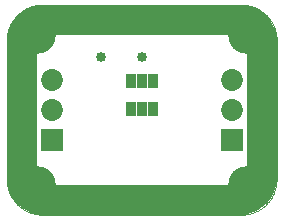
<source format=gts>
G04 EAGLE Gerber RS-274X export*
G75*
%MOMM*%
%FSLAX35Y35*%
%LPD*%
%INsolder_mask_top*%
%IPPOS*%
%AMOC8*
5,1,8,0,0,1.08239X$1,22.5*%
G01*
%ADD10C,0.000000*%
%ADD11C,2.540000*%
%ADD12R,0.903200X1.203200*%
%ADD13R,1.853200X1.853200*%
%ADD14C,1.853200*%
%ADD15C,0.853200*%
%ADD16C,3.203200*%


D10*
X1778000Y2240000D02*
X1778000Y1062000D01*
X1778088Y1054751D01*
X1778350Y1047506D01*
X1778788Y1040270D01*
X1779401Y1033046D01*
X1780187Y1025839D01*
X1781148Y1018653D01*
X1782282Y1011493D01*
X1783589Y1004362D01*
X1785068Y997265D01*
X1786717Y990205D01*
X1788537Y983188D01*
X1790526Y976216D01*
X1792683Y969295D01*
X1795006Y962428D01*
X1797495Y955619D01*
X1800148Y948872D01*
X1802962Y942191D01*
X1805938Y935580D01*
X1809072Y929043D01*
X1812363Y922583D01*
X1815810Y916205D01*
X1819409Y909912D01*
X1823160Y903708D01*
X1827059Y897596D01*
X1831105Y891581D01*
X1835295Y885664D01*
X1839627Y879851D01*
X1844098Y874144D01*
X1848705Y868547D01*
X1853447Y863063D01*
X1858319Y857695D01*
X1863320Y852447D01*
X1868447Y847320D01*
X1873695Y842319D01*
X1879063Y837447D01*
X1884547Y832705D01*
X1890144Y828098D01*
X1895851Y823627D01*
X1901664Y819295D01*
X1907581Y815105D01*
X1913596Y811059D01*
X1919708Y807160D01*
X1925912Y803409D01*
X1932205Y799810D01*
X1938583Y796363D01*
X1945043Y793072D01*
X1951580Y789938D01*
X1958191Y786962D01*
X1964872Y784148D01*
X1971619Y781495D01*
X1978428Y779006D01*
X1985295Y776683D01*
X1992216Y774526D01*
X1999188Y772537D01*
X2006205Y770717D01*
X2013265Y769068D01*
X2020362Y767589D01*
X2027493Y766282D01*
X2034653Y765148D01*
X2041839Y764187D01*
X2049046Y763401D01*
X2056270Y762788D01*
X2063506Y762350D01*
X2070751Y762088D01*
X2078000Y762000D01*
X3762337Y762000D01*
X3769696Y762090D01*
X3777050Y762361D01*
X3784395Y762812D01*
X3791727Y763443D01*
X3799042Y764254D01*
X3806334Y765244D01*
X3813600Y766412D01*
X3820835Y767759D01*
X3828034Y769282D01*
X3835195Y770981D01*
X3842311Y772856D01*
X3849379Y774905D01*
X3856395Y777126D01*
X3863354Y779519D01*
X3870253Y782082D01*
X3877086Y784813D01*
X3883851Y787711D01*
X3890542Y790774D01*
X3897157Y794001D01*
X3903690Y797388D01*
X3910138Y800935D01*
X3916497Y804639D01*
X3922763Y808498D01*
X3928933Y812509D01*
X3935003Y816670D01*
X3940968Y820980D01*
X3946827Y825434D01*
X3952574Y830030D01*
X3958206Y834766D01*
X3963721Y839639D01*
X3969115Y844646D01*
X3974384Y849783D01*
X3979526Y855048D01*
X3984537Y860438D01*
X3989414Y865949D01*
X3994154Y871578D01*
X3998755Y877321D01*
X4003214Y883176D01*
X4007528Y889138D01*
X4011694Y895204D01*
X4015711Y901371D01*
X4019574Y907634D01*
X4023283Y913990D01*
X4026835Y920435D01*
X4030228Y926966D01*
X4033460Y933577D01*
X4036528Y940266D01*
X4039432Y947028D01*
X4042169Y953860D01*
X4044737Y960756D01*
X4047135Y967714D01*
X4049362Y974728D01*
X4051417Y981794D01*
X4053297Y988909D01*
X4055002Y996068D01*
X4056531Y1003267D01*
X4057884Y1010501D01*
X4059058Y1017765D01*
X4060054Y1025057D01*
X4060870Y1032371D01*
X4061507Y1039702D01*
X4061964Y1047047D01*
X4062241Y1054401D01*
X4062337Y1061760D01*
X4063662Y2239685D01*
X4063582Y2246939D01*
X4063327Y2254189D01*
X4062896Y2261431D01*
X4062291Y2268660D01*
X4061511Y2275872D01*
X4060557Y2283064D01*
X4059429Y2290230D01*
X4058128Y2297367D01*
X4056655Y2304471D01*
X4055010Y2311536D01*
X4053196Y2318560D01*
X4051212Y2325538D01*
X4049059Y2332466D01*
X4046740Y2339340D01*
X4044256Y2346156D01*
X4041607Y2352910D01*
X4038796Y2359598D01*
X4035823Y2366215D01*
X4032692Y2372759D01*
X4029403Y2379226D01*
X4025959Y2385611D01*
X4022362Y2391910D01*
X4018613Y2398121D01*
X4014715Y2404240D01*
X4010671Y2410262D01*
X4006482Y2416185D01*
X4002151Y2422005D01*
X3997680Y2427718D01*
X3993073Y2433322D01*
X3988331Y2438813D01*
X3983458Y2444187D01*
X3978457Y2449442D01*
X3973330Y2454574D01*
X3968080Y2459581D01*
X3962711Y2464460D01*
X3957225Y2469207D01*
X3951626Y2473821D01*
X3945918Y2478297D01*
X3940102Y2482634D01*
X3934184Y2486830D01*
X3928166Y2490881D01*
X3922051Y2494785D01*
X3915844Y2498540D01*
X3909548Y2502144D01*
X3903167Y2505595D01*
X3896704Y2508890D01*
X3890163Y2512029D01*
X3883549Y2515008D01*
X3876864Y2517826D01*
X3870113Y2520482D01*
X3863300Y2522974D01*
X3856428Y2525300D01*
X3849503Y2527460D01*
X3842527Y2529451D01*
X3835505Y2531273D01*
X3828441Y2532925D01*
X3821339Y2534405D01*
X3814203Y2535714D01*
X3807038Y2536849D01*
X3799848Y2537811D01*
X3792636Y2538599D01*
X3785407Y2539212D01*
X3778166Y2539650D01*
X3770916Y2539913D01*
X3763662Y2540000D01*
X3763663Y2540000D02*
X2078000Y2540000D01*
X2070751Y2539912D01*
X2063506Y2539650D01*
X2056270Y2539212D01*
X2049046Y2538599D01*
X2041839Y2537813D01*
X2034653Y2536852D01*
X2027493Y2535718D01*
X2020362Y2534411D01*
X2013265Y2532932D01*
X2006205Y2531283D01*
X1999188Y2529463D01*
X1992216Y2527474D01*
X1985295Y2525317D01*
X1978428Y2522994D01*
X1971619Y2520505D01*
X1964872Y2517852D01*
X1958191Y2515038D01*
X1951580Y2512062D01*
X1945043Y2508928D01*
X1938583Y2505637D01*
X1932205Y2502190D01*
X1925912Y2498591D01*
X1919708Y2494840D01*
X1913596Y2490941D01*
X1907581Y2486895D01*
X1901664Y2482705D01*
X1895851Y2478373D01*
X1890144Y2473902D01*
X1884547Y2469295D01*
X1879063Y2464553D01*
X1873695Y2459681D01*
X1868447Y2454680D01*
X1863320Y2449553D01*
X1858319Y2444305D01*
X1853447Y2438937D01*
X1848705Y2433453D01*
X1844098Y2427856D01*
X1839627Y2422149D01*
X1835295Y2416336D01*
X1831105Y2410419D01*
X1827059Y2404404D01*
X1823160Y2398292D01*
X1819409Y2392088D01*
X1815810Y2385795D01*
X1812363Y2379417D01*
X1809072Y2372957D01*
X1805938Y2366420D01*
X1802962Y2359809D01*
X1800148Y2353128D01*
X1797495Y2346381D01*
X1795006Y2339572D01*
X1792683Y2332705D01*
X1790526Y2325784D01*
X1788537Y2318812D01*
X1786717Y2311795D01*
X1785068Y2304735D01*
X1783589Y2297638D01*
X1782282Y2290507D01*
X1781148Y2283347D01*
X1780187Y2276161D01*
X1779401Y2268954D01*
X1778788Y2261730D01*
X1778350Y2254494D01*
X1778088Y2247249D01*
X1778000Y2240000D01*
D11*
X2095500Y889000D02*
X3746500Y889000D01*
X2095500Y889000D02*
X2090897Y889056D01*
X2086296Y889222D01*
X2081701Y889500D01*
X2077114Y889889D01*
X2072538Y890389D01*
X2067975Y890999D01*
X2063428Y891719D01*
X2058900Y892549D01*
X2054393Y893488D01*
X2049910Y894536D01*
X2045454Y895691D01*
X2041027Y896954D01*
X2036632Y898324D01*
X2032272Y899799D01*
X2027948Y901379D01*
X2023663Y903064D01*
X2019421Y904851D01*
X2015223Y906740D01*
X2011072Y908731D01*
X2006970Y910821D01*
X2002920Y913009D01*
X1998924Y915295D01*
X1994985Y917676D01*
X1991104Y920152D01*
X1987284Y922722D01*
X1983527Y925382D01*
X1979836Y928133D01*
X1976212Y930972D01*
X1972658Y933898D01*
X1969175Y936909D01*
X1965766Y940003D01*
X1962434Y943178D01*
X1959178Y946434D01*
X1956003Y949766D01*
X1952909Y953175D01*
X1949898Y956658D01*
X1946972Y960212D01*
X1944133Y963836D01*
X1941382Y967527D01*
X1938722Y971284D01*
X1936152Y975104D01*
X1933676Y978985D01*
X1931295Y982924D01*
X1929009Y986920D01*
X1926821Y990970D01*
X1924731Y995072D01*
X1922740Y999223D01*
X1920851Y1003421D01*
X1919064Y1007663D01*
X1917379Y1011948D01*
X1915799Y1016272D01*
X1914324Y1020632D01*
X1912954Y1025027D01*
X1911691Y1029454D01*
X1910536Y1033910D01*
X1909488Y1038393D01*
X1908549Y1042900D01*
X1907719Y1047428D01*
X1906999Y1051975D01*
X1906389Y1056538D01*
X1905889Y1061114D01*
X1905500Y1065701D01*
X1905222Y1070296D01*
X1905056Y1074897D01*
X1905000Y1079500D01*
X1905000Y2222500D01*
X1905056Y2227103D01*
X1905222Y2231704D01*
X1905500Y2236299D01*
X1905889Y2240886D01*
X1906389Y2245462D01*
X1906999Y2250025D01*
X1907719Y2254572D01*
X1908549Y2259100D01*
X1909488Y2263607D01*
X1910536Y2268090D01*
X1911691Y2272546D01*
X1912954Y2276973D01*
X1914324Y2281368D01*
X1915799Y2285728D01*
X1917379Y2290052D01*
X1919064Y2294337D01*
X1920851Y2298579D01*
X1922740Y2302777D01*
X1924731Y2306928D01*
X1926821Y2311030D01*
X1929009Y2315080D01*
X1931295Y2319076D01*
X1933676Y2323015D01*
X1936152Y2326896D01*
X1938722Y2330716D01*
X1941382Y2334473D01*
X1944133Y2338164D01*
X1946972Y2341788D01*
X1949898Y2345342D01*
X1952909Y2348825D01*
X1956003Y2352234D01*
X1959178Y2355566D01*
X1962434Y2358822D01*
X1965766Y2361997D01*
X1969175Y2365091D01*
X1972658Y2368102D01*
X1976212Y2371028D01*
X1979836Y2373867D01*
X1983527Y2376618D01*
X1987284Y2379278D01*
X1991104Y2381848D01*
X1994985Y2384324D01*
X1998924Y2386705D01*
X2002920Y2388991D01*
X2006970Y2391179D01*
X2011072Y2393269D01*
X2015223Y2395260D01*
X2019421Y2397149D01*
X2023663Y2398936D01*
X2027948Y2400621D01*
X2032272Y2402201D01*
X2036632Y2403676D01*
X2041027Y2405046D01*
X2045454Y2406309D01*
X2049910Y2407464D01*
X2054393Y2408512D01*
X2058900Y2409451D01*
X2063428Y2410281D01*
X2067975Y2411001D01*
X2072538Y2411611D01*
X2077114Y2412111D01*
X2081701Y2412500D01*
X2086296Y2412778D01*
X2090897Y2412944D01*
X2095500Y2413000D01*
X3746500Y2413000D01*
X3751103Y2412944D01*
X3755704Y2412778D01*
X3760299Y2412500D01*
X3764886Y2412111D01*
X3769462Y2411611D01*
X3774025Y2411001D01*
X3778572Y2410281D01*
X3783100Y2409451D01*
X3787607Y2408512D01*
X3792090Y2407464D01*
X3796546Y2406309D01*
X3800973Y2405046D01*
X3805368Y2403676D01*
X3809728Y2402201D01*
X3814052Y2400621D01*
X3818337Y2398936D01*
X3822579Y2397149D01*
X3826777Y2395260D01*
X3830928Y2393269D01*
X3835030Y2391179D01*
X3839080Y2388991D01*
X3843076Y2386705D01*
X3847015Y2384324D01*
X3850896Y2381848D01*
X3854716Y2379278D01*
X3858473Y2376618D01*
X3862164Y2373867D01*
X3865788Y2371028D01*
X3869342Y2368102D01*
X3872825Y2365091D01*
X3876234Y2361997D01*
X3879566Y2358822D01*
X3882822Y2355566D01*
X3885997Y2352234D01*
X3889091Y2348825D01*
X3892102Y2345342D01*
X3895028Y2341788D01*
X3897867Y2338164D01*
X3900618Y2334473D01*
X3903278Y2330716D01*
X3905848Y2326896D01*
X3908324Y2323015D01*
X3910705Y2319076D01*
X3912991Y2315080D01*
X3915179Y2311030D01*
X3917269Y2306928D01*
X3919260Y2302777D01*
X3921149Y2298579D01*
X3922936Y2294337D01*
X3924621Y2290052D01*
X3926201Y2285728D01*
X3927676Y2281368D01*
X3929046Y2276973D01*
X3930309Y2272546D01*
X3931464Y2268090D01*
X3932512Y2263607D01*
X3933451Y2259100D01*
X3934281Y2254572D01*
X3935001Y2250025D01*
X3935611Y2245462D01*
X3936111Y2240886D01*
X3936500Y2236299D01*
X3936778Y2231704D01*
X3936944Y2227103D01*
X3937000Y2222500D01*
X3937000Y1079500D01*
X3936944Y1074897D01*
X3936778Y1070296D01*
X3936500Y1065701D01*
X3936111Y1061114D01*
X3935611Y1056538D01*
X3935001Y1051975D01*
X3934281Y1047428D01*
X3933451Y1042900D01*
X3932512Y1038393D01*
X3931464Y1033910D01*
X3930309Y1029454D01*
X3929046Y1025027D01*
X3927676Y1020632D01*
X3926201Y1016272D01*
X3924621Y1011948D01*
X3922936Y1007663D01*
X3921149Y1003421D01*
X3919260Y999223D01*
X3917269Y995072D01*
X3915179Y990970D01*
X3912991Y986920D01*
X3910705Y982924D01*
X3908324Y978985D01*
X3905848Y975104D01*
X3903278Y971284D01*
X3900618Y967527D01*
X3897867Y963836D01*
X3895028Y960212D01*
X3892102Y956658D01*
X3889091Y953175D01*
X3885997Y949766D01*
X3882822Y946434D01*
X3879566Y943178D01*
X3876234Y940003D01*
X3872825Y936909D01*
X3869342Y933898D01*
X3865788Y930972D01*
X3862164Y928133D01*
X3858473Y925382D01*
X3854716Y922722D01*
X3850896Y920152D01*
X3847015Y917676D01*
X3843076Y915295D01*
X3839080Y913009D01*
X3835030Y910821D01*
X3830928Y908731D01*
X3826777Y906740D01*
X3822579Y904851D01*
X3818337Y903064D01*
X3814052Y901379D01*
X3809728Y899799D01*
X3805368Y898324D01*
X3800973Y896954D01*
X3796546Y895691D01*
X3792090Y894536D01*
X3787607Y893488D01*
X3783100Y892549D01*
X3778572Y891719D01*
X3774025Y890999D01*
X3769462Y890389D01*
X3764886Y889889D01*
X3760299Y889500D01*
X3755704Y889222D01*
X3751103Y889056D01*
X3746500Y889000D01*
D12*
X2826000Y1658000D03*
X2921000Y1658000D03*
X3016000Y1658000D03*
X2826000Y1898000D03*
X2921000Y1898000D03*
X3016000Y1898000D03*
D13*
X3683000Y1397000D03*
D14*
X3683000Y1651000D03*
X3683000Y1905000D03*
D13*
X2159000Y1397000D03*
D14*
X2159000Y1651000D03*
X2159000Y1905000D03*
D15*
X2572000Y2095500D03*
D16*
X2032000Y2286000D03*
X3810000Y2286000D03*
X2032000Y1016000D03*
X3810000Y1016000D03*
D15*
X2921000Y2095500D03*
M02*

</source>
